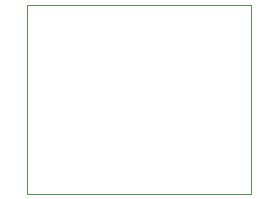
<source format=gbr>
%TF.GenerationSoftware,Altium Limited,Altium Designer,20.1.8 (145)*%
G04 Layer_Color=0*
%FSLAX44Y44*%
%MOMM*%
%TF.SameCoordinates,E54140C2-77ED-4701-9F9C-26571285D32F*%
%TF.FilePolarity,Positive*%
%TF.FileFunction,Profile,NP*%
%TF.Part,Single*%
G01*
G75*
%TA.AperFunction,Profile*%
%ADD52C,0.0254*%
G36*
X10012313Y10140000D02*
D01*
D02*
G37*
D52*
X10030000Y10000000D02*
X10220000Y10000000D01*
Y10160000D01*
X10030000Y10160000D01*
Y10000000D01*
%TF.MD5,5bc804567f83ecd27c97af3a3d5e45bb*%
M02*

</source>
